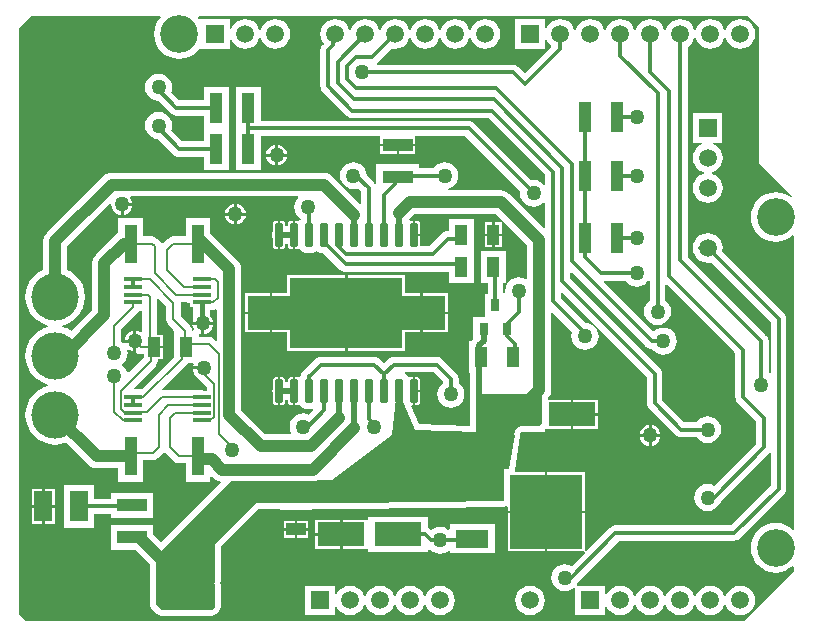
<source format=gtl>
G04*
G04 #@! TF.GenerationSoftware,Altium Limited,Altium Designer,18.0.7 (293)*
G04*
G04 Layer_Physical_Order=1*
G04 Layer_Color=255*
%FSLAX25Y25*%
%MOIN*%
G70*
G01*
G75*
%ADD10C,0.00787*%
%ADD11C,0.01000*%
%ADD13R,0.04331X0.12992*%
%ADD14R,0.10236X0.04331*%
%ADD15R,0.04331X0.10236*%
G04:AMPARAMS|DCode=16|XSize=78.35mil|YSize=24.8mil|CornerRadius=1.98mil|HoleSize=0mil|Usage=FLASHONLY|Rotation=90.000|XOffset=0mil|YOffset=0mil|HoleType=Round|Shape=RoundedRectangle|*
%AMROUNDEDRECTD16*
21,1,0.07835,0.02084,0,0,90.0*
21,1,0.07438,0.02480,0,0,90.0*
1,1,0.00397,0.01042,0.03719*
1,1,0.00397,0.01042,-0.03719*
1,1,0.00397,-0.01042,-0.03719*
1,1,0.00397,-0.01042,0.03719*
%
%ADD16ROUNDEDRECTD16*%
%ADD17R,0.11024X0.05906*%
%ADD18R,0.24016X0.24803*%
%ADD19R,0.05906X0.01575*%
%ADD20R,0.05906X0.10236*%
%ADD21R,0.04331X0.06693*%
%ADD22R,0.15748X0.07874*%
%ADD23R,0.06693X0.04331*%
%ADD24R,0.02756X0.03937*%
%ADD45R,0.15748X0.11417*%
%ADD46R,0.37795X0.23622*%
%ADD47C,0.01181*%
%ADD48C,0.03937*%
%ADD49C,0.01968*%
%ADD50C,0.00000*%
%ADD51C,0.01575*%
%ADD52C,0.15748*%
%ADD53C,0.05906*%
%ADD54R,0.05906X0.05906*%
%ADD55R,0.05906X0.05906*%
%ADD56C,0.12598*%
%ADD57C,0.05000*%
G36*
X252210Y201029D02*
Y155753D01*
X263179Y144784D01*
X262843Y144413D01*
X262490Y144703D01*
X261053Y145471D01*
X259495Y145943D01*
X257874Y146103D01*
X256253Y145943D01*
X254695Y145471D01*
X253258Y144703D01*
X252000Y143670D01*
X250966Y142411D01*
X250199Y140975D01*
X249726Y139416D01*
X249566Y137795D01*
X249726Y136175D01*
X250199Y134616D01*
X250966Y133180D01*
X252000Y131921D01*
X253258Y130888D01*
X254695Y130120D01*
X256253Y129647D01*
X257874Y129488D01*
X259495Y129647D01*
X261053Y130120D01*
X262490Y130888D01*
X263521Y131734D01*
X264021Y131498D01*
Y33857D01*
X263521Y33620D01*
X262490Y34467D01*
X261053Y35234D01*
X259495Y35707D01*
X257874Y35867D01*
X256253Y35707D01*
X254695Y35234D01*
X253258Y34467D01*
X252000Y33434D01*
X250966Y32175D01*
X250199Y30738D01*
X249726Y29180D01*
X249566Y27559D01*
X249726Y25938D01*
X250199Y24380D01*
X250966Y22944D01*
X252000Y21685D01*
X253258Y20652D01*
X254695Y19884D01*
X256253Y19411D01*
X257874Y19251D01*
X259495Y19411D01*
X261053Y19884D01*
X262490Y20652D01*
X263521Y21498D01*
X264021Y21261D01*
Y19926D01*
X248273Y4178D01*
X247289Y3194D01*
X8115D01*
X5789Y5520D01*
Y200671D01*
X9843Y204724D01*
X52595Y204768D01*
X52831Y204268D01*
X52148Y203434D01*
X51380Y201998D01*
X50907Y200440D01*
X50747Y198819D01*
X50907Y197198D01*
X51380Y195640D01*
X52148Y194203D01*
X53181Y192945D01*
X54440Y191911D01*
X55876Y191144D01*
X57434Y190671D01*
X59055Y190511D01*
X60676Y190671D01*
X62234Y191144D01*
X63671Y191911D01*
X64929Y192945D01*
X65664Y193840D01*
X66142Y193898D01*
Y193898D01*
X66142Y193898D01*
X75984D01*
Y196914D01*
X76484Y197013D01*
X76764Y196337D01*
X77553Y195309D01*
X78581Y194520D01*
X79778Y194024D01*
X81063Y193855D01*
X82348Y194024D01*
X83545Y194520D01*
X84573Y195309D01*
X85362Y196337D01*
X85806Y197411D01*
X85807Y197411D01*
X86319D01*
X86320Y197411D01*
X86764Y196337D01*
X87553Y195309D01*
X88581Y194520D01*
X89778Y194024D01*
X91063Y193855D01*
X92348Y194024D01*
X93545Y194520D01*
X94573Y195309D01*
X95362Y196337D01*
X95858Y197534D01*
X96027Y198819D01*
X95858Y200104D01*
X95362Y201301D01*
X94573Y202329D01*
X93545Y203118D01*
X92348Y203613D01*
X91063Y203783D01*
X89778Y203613D01*
X88581Y203118D01*
X87553Y202329D01*
X86764Y201301D01*
X86320Y200227D01*
X86319Y200227D01*
X85807D01*
X85806Y200227D01*
X85362Y201301D01*
X84573Y202329D01*
X83545Y203118D01*
X82348Y203613D01*
X81063Y203783D01*
X79778Y203613D01*
X78581Y203118D01*
X77553Y202329D01*
X76764Y201301D01*
X76484Y200625D01*
X75984Y200724D01*
Y203740D01*
X66142D01*
X66142Y203740D01*
Y203740D01*
X65651Y203814D01*
X65268Y204280D01*
X65505Y204781D01*
X248273Y204966D01*
X252210Y201029D01*
D02*
G37*
%LPC*%
G36*
X246063Y203783D02*
X244778Y203613D01*
X243581Y203118D01*
X242553Y202329D01*
X241764Y201301D01*
X241320Y200227D01*
X241319Y200227D01*
X240807D01*
X240806Y200227D01*
X240362Y201301D01*
X239573Y202329D01*
X238545Y203118D01*
X237348Y203613D01*
X236063Y203783D01*
X234778Y203613D01*
X233581Y203118D01*
X232553Y202329D01*
X231764Y201301D01*
X231320Y200227D01*
X231319Y200227D01*
X230807D01*
X230806Y200227D01*
X230362Y201301D01*
X229573Y202329D01*
X228545Y203118D01*
X227348Y203613D01*
X226063Y203783D01*
X224778Y203613D01*
X223581Y203118D01*
X222553Y202329D01*
X221764Y201301D01*
X221320Y200227D01*
X221319Y200227D01*
X220807D01*
X220806Y200227D01*
X220362Y201301D01*
X219573Y202329D01*
X218545Y203118D01*
X217348Y203613D01*
X216063Y203783D01*
X214778Y203613D01*
X213581Y203118D01*
X212553Y202329D01*
X211764Y201301D01*
X211320Y200227D01*
X211319Y200227D01*
X210807D01*
X210806Y200227D01*
X210362Y201301D01*
X209573Y202329D01*
X208545Y203118D01*
X207348Y203613D01*
X206063Y203783D01*
X204778Y203613D01*
X203581Y203118D01*
X202553Y202329D01*
X201764Y201301D01*
X201320Y200227D01*
X201319Y200227D01*
X200807D01*
X200806Y200227D01*
X200362Y201301D01*
X199573Y202329D01*
X198545Y203118D01*
X197348Y203613D01*
X196063Y203783D01*
X194778Y203613D01*
X193581Y203118D01*
X192553Y202329D01*
X191764Y201301D01*
X191320Y200227D01*
X191319Y200227D01*
X190807D01*
X190806Y200227D01*
X190362Y201301D01*
X189573Y202329D01*
X188545Y203118D01*
X187348Y203613D01*
X186063Y203783D01*
X184778Y203613D01*
X183581Y203118D01*
X182553Y202329D01*
X181764Y201301D01*
X181484Y200625D01*
X180984Y200724D01*
Y203740D01*
X171142D01*
Y193898D01*
X180984D01*
Y196914D01*
X181484Y197013D01*
X181764Y196337D01*
X182553Y195309D01*
X182949Y195005D01*
X182982Y194506D01*
X174213Y185737D01*
X172101Y187849D01*
X171566Y188259D01*
X170944Y188517D01*
X170276Y188605D01*
X125122D01*
X124953Y189105D01*
X125152Y189258D01*
X129902Y194008D01*
X131063Y193855D01*
X132348Y194024D01*
X133545Y194520D01*
X134573Y195309D01*
X135362Y196337D01*
X135806Y197411D01*
X135807Y197411D01*
X136319D01*
X136320Y197411D01*
X136764Y196337D01*
X137553Y195309D01*
X138581Y194520D01*
X139778Y194024D01*
X141063Y193855D01*
X142348Y194024D01*
X143545Y194520D01*
X144573Y195309D01*
X145362Y196337D01*
X145806Y197411D01*
X145807Y197411D01*
X146319D01*
X146320Y197411D01*
X146764Y196337D01*
X147553Y195309D01*
X148581Y194520D01*
X149778Y194024D01*
X151063Y193855D01*
X152348Y194024D01*
X153545Y194520D01*
X154573Y195309D01*
X155362Y196337D01*
X155806Y197411D01*
X155807Y197411D01*
X156319D01*
X156320Y197411D01*
X156764Y196337D01*
X157553Y195309D01*
X158581Y194520D01*
X159778Y194024D01*
X161063Y193855D01*
X162348Y194024D01*
X163545Y194520D01*
X164573Y195309D01*
X165362Y196337D01*
X165858Y197534D01*
X166027Y198819D01*
X165858Y200104D01*
X165362Y201301D01*
X164573Y202329D01*
X163545Y203118D01*
X162348Y203613D01*
X161063Y203783D01*
X159778Y203613D01*
X158581Y203118D01*
X157553Y202329D01*
X156764Y201301D01*
X156320Y200227D01*
X156319Y200227D01*
X155807D01*
X155806Y200227D01*
X155362Y201301D01*
X154573Y202329D01*
X153545Y203118D01*
X152348Y203613D01*
X151063Y203783D01*
X149778Y203613D01*
X148581Y203118D01*
X147553Y202329D01*
X146764Y201301D01*
X146320Y200227D01*
X146319Y200227D01*
X145807D01*
X145806Y200227D01*
X145362Y201301D01*
X144573Y202329D01*
X143545Y203118D01*
X142348Y203613D01*
X141063Y203783D01*
X139778Y203613D01*
X138581Y203118D01*
X137553Y202329D01*
X136764Y201301D01*
X136320Y200227D01*
X136319Y200227D01*
X135807D01*
X135806Y200227D01*
X135362Y201301D01*
X134573Y202329D01*
X133545Y203118D01*
X132348Y203613D01*
X131063Y203783D01*
X129778Y203613D01*
X128581Y203118D01*
X127553Y202329D01*
X126764Y201301D01*
X126320Y200227D01*
X126319Y200227D01*
X125807D01*
X125806Y200227D01*
X125362Y201301D01*
X124573Y202329D01*
X123545Y203118D01*
X122348Y203613D01*
X121063Y203783D01*
X119778Y203613D01*
X118581Y203118D01*
X117553Y202329D01*
X116764Y201301D01*
X116320Y200227D01*
X116319Y200227D01*
X115807D01*
X115806Y200227D01*
X115362Y201301D01*
X114573Y202329D01*
X113545Y203118D01*
X112348Y203613D01*
X111063Y203783D01*
X109778Y203613D01*
X108581Y203118D01*
X107553Y202329D01*
X106764Y201301D01*
X106268Y200104D01*
X106099Y198819D01*
X106268Y197534D01*
X106764Y196337D01*
X107319Y195615D01*
X106895Y195191D01*
X106485Y194657D01*
X106227Y194034D01*
X106139Y193366D01*
Y181319D01*
X106227Y180651D01*
X106485Y180028D01*
X106895Y179494D01*
X114986Y171403D01*
X115521Y170993D01*
X116143Y170735D01*
X116811Y170647D01*
X162267D01*
X181080Y151833D01*
Y148729D01*
X180580Y148559D01*
X180352Y148856D01*
X179419Y149573D01*
X178332Y150023D01*
X177165Y150176D01*
X176408Y150077D01*
X157337Y169148D01*
X156802Y169558D01*
X156180Y169816D01*
X155512Y169904D01*
X86221D01*
Y181299D01*
X77953D01*
Y167126D01*
Y153347D01*
X86221D01*
Y164742D01*
X125984D01*
Y162205D01*
X137795D01*
Y164742D01*
X154443D01*
X172758Y146426D01*
X172658Y145669D01*
X172812Y144503D01*
X173262Y143416D01*
X173978Y142482D01*
X174912Y141766D01*
X175999Y141316D01*
X177165Y141162D01*
X178332Y141316D01*
X179419Y141766D01*
X180352Y142482D01*
X180580Y142779D01*
X181080Y142610D01*
Y134244D01*
X180618Y134053D01*
X169147Y145524D01*
X168324Y146156D01*
X167366Y146552D01*
X166339Y146687D01*
X148580D01*
X148548Y147187D01*
X148804Y147221D01*
X149891Y147672D01*
X150825Y148388D01*
X151541Y149321D01*
X151991Y150408D01*
X152145Y151575D01*
X151991Y152741D01*
X151541Y153828D01*
X150825Y154762D01*
X149891Y155478D01*
X148804Y155928D01*
X147638Y156082D01*
X146471Y155928D01*
X145384Y155478D01*
X144451Y154762D01*
X143986Y154156D01*
X138976D01*
Y155315D01*
X124803D01*
Y149143D01*
X124303Y148973D01*
X124109Y149227D01*
X121614Y151722D01*
X121479Y152741D01*
X121029Y153828D01*
X120313Y154762D01*
X119379Y155478D01*
X118292Y155928D01*
X117126Y156082D01*
X115960Y155928D01*
X114873Y155478D01*
X113939Y154762D01*
X113223Y153828D01*
X112773Y152741D01*
X112619Y151575D01*
X112773Y150408D01*
X113223Y149321D01*
X113939Y148388D01*
X114873Y147672D01*
X115960Y147221D01*
X117126Y147068D01*
X118292Y147221D01*
X118661Y147374D01*
X119702Y146332D01*
Y142472D01*
X119240Y142281D01*
X110091Y151430D01*
X109269Y152061D01*
X108311Y152458D01*
X107283Y152593D01*
X36622D01*
X35594Y152458D01*
X34637Y152061D01*
X33814Y151430D01*
X14909Y132524D01*
X14278Y131702D01*
X13881Y130744D01*
X13746Y129717D01*
Y120258D01*
X12222Y119444D01*
X10723Y118214D01*
X9493Y116715D01*
X8579Y115005D01*
X8016Y113150D01*
X7826Y111221D01*
X8016Y109291D01*
X8579Y107436D01*
X9493Y105726D01*
X10723Y104227D01*
X12222Y102997D01*
X13932Y102083D01*
X15395Y101639D01*
Y101117D01*
X13932Y100673D01*
X12222Y99759D01*
X10723Y98529D01*
X9493Y97030D01*
X8579Y95320D01*
X8016Y93465D01*
X7826Y91535D01*
X8016Y89606D01*
X8579Y87751D01*
X9493Y86041D01*
X10723Y84542D01*
X12222Y83312D01*
X13932Y82398D01*
X15395Y81954D01*
Y81432D01*
X13932Y80988D01*
X12222Y80074D01*
X10723Y78844D01*
X9493Y77345D01*
X8579Y75635D01*
X8016Y73780D01*
X7826Y71850D01*
X8016Y69921D01*
X8579Y68066D01*
X9493Y66356D01*
X10723Y64857D01*
X12222Y63627D01*
X13932Y62713D01*
X15787Y62150D01*
X17717Y61960D01*
X19646Y62150D01*
X21299Y62652D01*
X28688Y55263D01*
X29511Y54632D01*
X30468Y54235D01*
X31496Y54100D01*
X38780D01*
Y49606D01*
X47047D01*
Y56647D01*
X50197D01*
X51118Y56830D01*
X51900Y57352D01*
X53826Y59278D01*
X54022Y59344D01*
X54246D01*
X54441Y59278D01*
X57352Y56368D01*
X58133Y55846D01*
X59055Y55662D01*
X61221D01*
Y49606D01*
X69488D01*
Y51211D01*
X69950Y51403D01*
X70525Y50828D01*
X71347Y50197D01*
X72305Y49801D01*
X72769Y49739D01*
X72948Y49211D01*
X53062Y29326D01*
X50394Y31994D01*
Y35236D01*
X36220D01*
Y26969D01*
X44187D01*
X49174Y21982D01*
Y8858D01*
X49327Y8090D01*
X49762Y7439D01*
X51730Y5471D01*
X52381Y5035D01*
X53150Y4883D01*
X54134D01*
X69882Y4883D01*
X70650Y5035D01*
X71301Y5471D01*
X72285Y6455D01*
X72720Y7106D01*
X72873Y7874D01*
Y15265D01*
X72854Y15362D01*
X72864Y15461D01*
X72835Y15748D01*
X72864Y16035D01*
X72854Y16134D01*
X72873Y16231D01*
Y27712D01*
X85477Y40316D01*
X92685D01*
Y40181D01*
X103315D01*
Y40316D01*
X116113D01*
X116132Y40320D01*
X116152Y40316D01*
X167360Y41302D01*
X167571Y41348D01*
X167786Y41356D01*
X167949Y41431D01*
X168102Y41465D01*
X168129Y41467D01*
X168572Y41223D01*
X168602Y41181D01*
Y39961D01*
X181004D01*
Y52756D01*
X171219D01*
X171184Y52778D01*
X171068Y52926D01*
X170895Y53256D01*
X170924Y53399D01*
X171005Y53619D01*
X172818Y64935D01*
X172816Y64995D01*
X172834Y65053D01*
X172801Y65385D01*
X172793Y65595D01*
X173055Y66020D01*
X173142Y66094D01*
X180842D01*
Y67019D01*
X181236Y67276D01*
X189504D01*
Y72000D01*
Y76724D01*
X181993D01*
X181868Y77028D01*
X181833Y77224D01*
X182439Y78014D01*
X182836Y78972D01*
X182971Y80000D01*
Y106033D01*
X183433Y106224D01*
X190122Y99535D01*
X189969Y99167D01*
X189816Y98000D01*
X189969Y96833D01*
X190420Y95746D01*
X191136Y94813D01*
X192069Y94097D01*
X193156Y93647D01*
X194323Y93493D01*
X195489Y93647D01*
X196576Y94097D01*
X197510Y94813D01*
X198226Y95746D01*
X198676Y96833D01*
X198830Y98000D01*
X198676Y99167D01*
X198226Y100253D01*
X197510Y101187D01*
X196576Y101903D01*
X195489Y102354D01*
X194470Y102488D01*
X186243Y110715D01*
Y112603D01*
X186705Y112795D01*
X214939Y84561D01*
Y75787D01*
X215026Y75119D01*
X215284Y74497D01*
X215695Y73962D01*
X224553Y65104D01*
X225087Y64694D01*
X225710Y64436D01*
X226378Y64348D01*
X231584D01*
X232049Y63742D01*
X232983Y63026D01*
X234070Y62576D01*
X235236Y62422D01*
X236403Y62576D01*
X237490Y63026D01*
X238423Y63742D01*
X239139Y64676D01*
X239590Y65763D01*
X239743Y66929D01*
X239590Y68096D01*
X239139Y69183D01*
X238423Y70116D01*
X237490Y70832D01*
X236403Y71283D01*
X235236Y71436D01*
X234070Y71283D01*
X232983Y70832D01*
X232049Y70116D01*
X231584Y69510D01*
X227447D01*
X220101Y76856D01*
Y85630D01*
X220013Y86298D01*
X219755Y86920D01*
X219345Y87455D01*
X189392Y117408D01*
Y119296D01*
X189854Y119488D01*
X214710Y94632D01*
X215245Y94221D01*
X215867Y93963D01*
X216535Y93876D01*
X216821D01*
X217285Y93270D01*
X218219Y92554D01*
X219306Y92103D01*
X220472Y91950D01*
X221639Y92103D01*
X222726Y92554D01*
X223659Y93270D01*
X224376Y94203D01*
X224826Y95290D01*
X224979Y96457D01*
X224826Y97623D01*
X224376Y98710D01*
X223659Y99644D01*
X222726Y100360D01*
X221639Y100810D01*
X220472Y100964D01*
X219306Y100810D01*
X218219Y100360D01*
X217285Y99644D01*
X217016Y99626D01*
X200591Y116051D01*
X200782Y116513D01*
X207962D01*
X208427Y115908D01*
X209361Y115191D01*
X210448Y114741D01*
X211614Y114587D01*
X212781Y114741D01*
X213868Y115191D01*
X214801Y115908D01*
X215423Y116718D01*
X215923Y116569D01*
Y109951D01*
X215317Y109486D01*
X214601Y108553D01*
X214151Y107466D01*
X213997Y106299D01*
X214151Y105133D01*
X214601Y104046D01*
X215317Y103112D01*
X216250Y102396D01*
X217337Y101946D01*
X218504Y101792D01*
X219670Y101946D01*
X220758Y102396D01*
X221691Y103112D01*
X222407Y104046D01*
X222857Y105133D01*
X223011Y106299D01*
X222857Y107466D01*
X222407Y108553D01*
X221691Y109486D01*
X221085Y109951D01*
Y115163D01*
X221547Y115354D01*
X244466Y92435D01*
Y77756D01*
X244554Y77088D01*
X244812Y76465D01*
X245222Y75931D01*
X251356Y69797D01*
Y62093D01*
X237467Y48204D01*
X236403Y48645D01*
X235236Y48798D01*
X234070Y48645D01*
X232983Y48195D01*
X232049Y47478D01*
X231333Y46545D01*
X230883Y45458D01*
X230729Y44291D01*
X230883Y43125D01*
X231333Y42038D01*
X232049Y41104D01*
X232983Y40388D01*
X234070Y39938D01*
X235236Y39784D01*
X236403Y39938D01*
X237490Y40388D01*
X238423Y41104D01*
X239139Y42038D01*
X239520Y42956D01*
X255762Y59198D01*
X255777Y59218D01*
X256277Y59048D01*
Y48313D01*
X243025Y35061D01*
X204480D01*
X203812Y34973D01*
X203190Y34716D01*
X202655Y34305D01*
X194668Y26319D01*
X194193Y26550D01*
X194193Y26807D01*
Y39173D01*
X181791D01*
Y26378D01*
X193728D01*
X194021Y26378D01*
X194252Y25903D01*
X189863Y21513D01*
X189852Y21521D01*
X188765Y21972D01*
X187598Y22125D01*
X186432Y21972D01*
X185345Y21521D01*
X184412Y20805D01*
X183695Y19872D01*
X183245Y18785D01*
X183091Y17618D01*
X183245Y16452D01*
X183695Y15365D01*
X184412Y14431D01*
X185345Y13715D01*
X186432Y13265D01*
X187598Y13111D01*
X188765Y13265D01*
X189852Y13715D01*
X190642Y14321D01*
X191142Y14124D01*
Y5079D01*
X200984D01*
Y8095D01*
X201484Y8194D01*
X201764Y7518D01*
X202553Y6490D01*
X203581Y5701D01*
X204778Y5205D01*
X206063Y5036D01*
X207348Y5205D01*
X208545Y5701D01*
X209573Y6490D01*
X210362Y7518D01*
X210806Y8592D01*
X210807Y8592D01*
X211319D01*
X211320Y8592D01*
X211764Y7518D01*
X212553Y6490D01*
X213581Y5701D01*
X214778Y5205D01*
X216063Y5036D01*
X217348Y5205D01*
X218545Y5701D01*
X219573Y6490D01*
X220362Y7518D01*
X220806Y8592D01*
X220807Y8592D01*
X221319D01*
X221320Y8592D01*
X221764Y7518D01*
X222553Y6490D01*
X223581Y5701D01*
X224778Y5205D01*
X226063Y5036D01*
X227348Y5205D01*
X228545Y5701D01*
X229573Y6490D01*
X230362Y7518D01*
X230806Y8592D01*
X230807Y8592D01*
X231319D01*
X231320Y8592D01*
X231764Y7518D01*
X232553Y6490D01*
X233581Y5701D01*
X234778Y5205D01*
X236063Y5036D01*
X237348Y5205D01*
X238545Y5701D01*
X239573Y6490D01*
X240362Y7518D01*
X240806Y8592D01*
X240807Y8592D01*
X241319D01*
X241320Y8592D01*
X241764Y7518D01*
X242553Y6490D01*
X243581Y5701D01*
X244778Y5205D01*
X246063Y5036D01*
X247348Y5205D01*
X248545Y5701D01*
X249573Y6490D01*
X250362Y7518D01*
X250858Y8715D01*
X251027Y10000D01*
X250858Y11285D01*
X250362Y12482D01*
X249573Y13510D01*
X248545Y14299D01*
X247348Y14795D01*
X246063Y14964D01*
X244778Y14795D01*
X243581Y14299D01*
X242553Y13510D01*
X241764Y12482D01*
X241320Y11408D01*
X241319Y11408D01*
X240807D01*
X240806Y11408D01*
X240362Y12482D01*
X239573Y13510D01*
X238545Y14299D01*
X237348Y14795D01*
X236063Y14964D01*
X234778Y14795D01*
X233581Y14299D01*
X232553Y13510D01*
X231764Y12482D01*
X231320Y11408D01*
X231319Y11408D01*
X230807D01*
X230806Y11408D01*
X230362Y12482D01*
X229573Y13510D01*
X228545Y14299D01*
X227348Y14795D01*
X226063Y14964D01*
X224778Y14795D01*
X223581Y14299D01*
X222553Y13510D01*
X221764Y12482D01*
X221320Y11408D01*
X221319Y11408D01*
X220807D01*
X220806Y11408D01*
X220362Y12482D01*
X219573Y13510D01*
X218545Y14299D01*
X217348Y14795D01*
X216063Y14964D01*
X214778Y14795D01*
X213581Y14299D01*
X212553Y13510D01*
X211764Y12482D01*
X211320Y11408D01*
X211319Y11408D01*
X210807D01*
X210806Y11408D01*
X210362Y12482D01*
X209573Y13510D01*
X208545Y14299D01*
X207348Y14795D01*
X206063Y14964D01*
X204778Y14795D01*
X203581Y14299D01*
X202553Y13510D01*
X201764Y12482D01*
X201484Y11806D01*
X200984Y11905D01*
Y14921D01*
X191720D01*
X191685Y14993D01*
X191525Y15421D01*
X191846Y16196D01*
X205549Y29899D01*
X244094D01*
X244762Y29987D01*
X245385Y30245D01*
X245920Y30655D01*
X260683Y45419D01*
X261094Y45954D01*
X261351Y46576D01*
X261439Y47244D01*
Y103858D01*
X261351Y104526D01*
X261094Y105149D01*
X260683Y105683D01*
X240047Y126320D01*
X240200Y127480D01*
X240031Y128765D01*
X239535Y129962D01*
X238746Y130990D01*
X237718Y131779D01*
X236521Y132275D01*
X235236Y132444D01*
X233951Y132275D01*
X232754Y131779D01*
X231726Y130990D01*
X230937Y129962D01*
X230442Y128765D01*
X230387Y128355D01*
X230302Y128148D01*
X230214Y127480D01*
X230302Y126812D01*
X230387Y126606D01*
X230442Y126196D01*
X230937Y124998D01*
X231726Y123970D01*
X232754Y123181D01*
X233951Y122686D01*
X235236Y122517D01*
X236397Y122669D01*
X256277Y102789D01*
Y85687D01*
X255777Y85419D01*
X255534Y85581D01*
Y96457D01*
X255446Y97125D01*
X255188Y97747D01*
X254778Y98282D01*
X228644Y124416D01*
Y194596D01*
X229573Y195309D01*
X230362Y196337D01*
X230806Y197411D01*
X230807Y197411D01*
X231319D01*
X231320Y197411D01*
X231764Y196337D01*
X232553Y195309D01*
X233581Y194520D01*
X234778Y194024D01*
X236063Y193855D01*
X237348Y194024D01*
X238545Y194520D01*
X239573Y195309D01*
X240362Y196337D01*
X240806Y197411D01*
X240807Y197411D01*
X241319D01*
X241320Y197411D01*
X241764Y196337D01*
X242553Y195309D01*
X243581Y194520D01*
X244778Y194024D01*
X246063Y193855D01*
X247348Y194024D01*
X248545Y194520D01*
X249573Y195309D01*
X250362Y196337D01*
X250858Y197534D01*
X251027Y198819D01*
X250858Y200104D01*
X250362Y201301D01*
X249573Y202329D01*
X248545Y203118D01*
X247348Y203613D01*
X246063Y203783D01*
D02*
G37*
G36*
X52165Y185609D02*
X50999Y185456D01*
X49912Y185006D01*
X48978Y184289D01*
X48262Y183356D01*
X47812Y182269D01*
X47658Y181102D01*
X47812Y179936D01*
X48262Y178849D01*
X48978Y177915D01*
X49912Y177199D01*
X50999Y176749D01*
X52019Y176615D01*
X56246Y172387D01*
X56780Y171977D01*
X57403Y171719D01*
X58071Y171631D01*
X67323D01*
Y167126D01*
Y163014D01*
X60124D01*
X56366Y166772D01*
X56519Y167141D01*
X56672Y168307D01*
X56519Y169474D01*
X56069Y170561D01*
X55352Y171494D01*
X54419Y172210D01*
X53332Y172661D01*
X52165Y172814D01*
X50999Y172661D01*
X49912Y172210D01*
X48978Y171494D01*
X48262Y170561D01*
X47812Y169474D01*
X47658Y168307D01*
X47812Y167141D01*
X48262Y166054D01*
X48978Y165120D01*
X49912Y164404D01*
X50999Y163954D01*
X52019Y163819D01*
X57230Y158608D01*
X57765Y158198D01*
X58387Y157940D01*
X59055Y157852D01*
X67323D01*
Y153347D01*
X75590D01*
Y167126D01*
Y181299D01*
X67323D01*
Y176794D01*
X59140D01*
X56366Y179568D01*
X56519Y179936D01*
X56672Y181102D01*
X56519Y182269D01*
X56069Y183356D01*
X55352Y184289D01*
X54419Y185006D01*
X53332Y185456D01*
X52165Y185609D01*
D02*
G37*
G36*
X92035Y161929D02*
Y158965D01*
X95000D01*
X94945Y159378D01*
X94593Y160230D01*
X94032Y160961D01*
X93300Y161522D01*
X92449Y161874D01*
X92035Y161929D01*
D02*
G37*
G36*
X91035D02*
X90622Y161874D01*
X89770Y161522D01*
X89039Y160961D01*
X88478Y160230D01*
X88125Y159378D01*
X88071Y158965D01*
X91035D01*
Y161929D01*
D02*
G37*
G36*
X137795Y161417D02*
X132283D01*
Y158858D01*
X137795D01*
Y161417D01*
D02*
G37*
G36*
X131496D02*
X125984D01*
Y158858D01*
X131496D01*
Y161417D01*
D02*
G37*
G36*
X95000Y157965D02*
X92035D01*
Y155000D01*
X92449Y155055D01*
X93300Y155407D01*
X94032Y155968D01*
X94593Y156700D01*
X94945Y157551D01*
X95000Y157965D01*
D02*
G37*
G36*
X91035D02*
X88071D01*
X88125Y157551D01*
X88478Y156700D01*
X89039Y155968D01*
X89770Y155407D01*
X90622Y155055D01*
X91035Y155000D01*
Y157965D01*
D02*
G37*
G36*
X240157Y172401D02*
X230315D01*
Y162559D01*
X233331D01*
X233430Y162059D01*
X232754Y161779D01*
X231726Y160990D01*
X230937Y159962D01*
X230442Y158765D01*
X230272Y157480D01*
X230442Y156196D01*
X230937Y154998D01*
X231726Y153970D01*
X232754Y153182D01*
X233828Y152737D01*
X233828Y152736D01*
Y152224D01*
X233828Y152224D01*
X232754Y151779D01*
X231726Y150990D01*
X230937Y149962D01*
X230442Y148765D01*
X230272Y147480D01*
X230442Y146196D01*
X230937Y144998D01*
X231726Y143970D01*
X232754Y143182D01*
X233951Y142686D01*
X235236Y142517D01*
X236521Y142686D01*
X237718Y143182D01*
X238746Y143970D01*
X239535Y144998D01*
X240031Y146196D01*
X240200Y147480D01*
X240031Y148765D01*
X239535Y149962D01*
X238746Y150990D01*
X237718Y151779D01*
X236645Y152224D01*
X236644Y152224D01*
Y152736D01*
X236645Y152737D01*
X237718Y153182D01*
X238746Y153970D01*
X239535Y154998D01*
X240031Y156196D01*
X240200Y157480D01*
X240031Y158765D01*
X239535Y159962D01*
X238746Y160990D01*
X237718Y161779D01*
X237042Y162059D01*
X237141Y162559D01*
X240157D01*
Y172401D01*
D02*
G37*
G36*
X198559Y76724D02*
X190291D01*
Y72394D01*
X198559D01*
Y76724D01*
D02*
G37*
G36*
Y71606D02*
X190291D01*
Y67276D01*
X198559D01*
Y71606D01*
D02*
G37*
G36*
X216500Y68464D02*
Y65500D01*
X219464D01*
X219410Y65914D01*
X219057Y66765D01*
X218496Y67496D01*
X217765Y68057D01*
X216914Y68410D01*
X216500Y68464D01*
D02*
G37*
G36*
X215500D02*
X215086Y68410D01*
X214235Y68057D01*
X213504Y67496D01*
X212943Y66765D01*
X212590Y65914D01*
X212536Y65500D01*
X215500D01*
Y68464D01*
D02*
G37*
G36*
X219464Y64500D02*
X216500D01*
Y61536D01*
X216914Y61590D01*
X217765Y61943D01*
X218496Y62504D01*
X219057Y63235D01*
X219410Y64086D01*
X219464Y64500D01*
D02*
G37*
G36*
X215500D02*
X212536D01*
X212590Y64086D01*
X212943Y63235D01*
X213504Y62504D01*
X214235Y61943D01*
X215086Y61590D01*
X215500Y61536D01*
Y64500D01*
D02*
G37*
G36*
X17520Y47244D02*
X14173D01*
Y41732D01*
X17520D01*
Y47244D01*
D02*
G37*
G36*
X13386D02*
X10039D01*
Y41732D01*
X13386D01*
Y47244D01*
D02*
G37*
G36*
X194193Y52756D02*
X181791D01*
Y39961D01*
X194193D01*
Y52756D01*
D02*
G37*
G36*
X30512Y48425D02*
X20669D01*
Y34252D01*
X30512D01*
Y38758D01*
X36220D01*
Y37598D01*
X50394D01*
Y45866D01*
X36220D01*
Y43920D01*
X30512D01*
Y48425D01*
D02*
G37*
G36*
X17520Y40945D02*
X14173D01*
Y35433D01*
X17520D01*
Y40945D01*
D02*
G37*
G36*
X13386D02*
X10039D01*
Y35433D01*
X13386D01*
Y40945D01*
D02*
G37*
G36*
X102134Y36638D02*
X98394D01*
Y34079D01*
X102134D01*
Y36638D01*
D02*
G37*
G36*
X97606D02*
X93866D01*
Y34079D01*
X97606D01*
Y36638D01*
D02*
G37*
G36*
X112709Y36724D02*
X104441D01*
Y32394D01*
X112709D01*
Y36724D01*
D02*
G37*
G36*
X102134Y33291D02*
X98394D01*
Y30732D01*
X102134D01*
Y33291D01*
D02*
G37*
G36*
X97606D02*
X93866D01*
Y30732D01*
X97606D01*
Y33291D01*
D02*
G37*
G36*
X112709Y31606D02*
X104441D01*
Y27276D01*
X112709D01*
Y31606D01*
D02*
G37*
G36*
X181004Y39173D02*
X168602D01*
Y26378D01*
X181004D01*
Y39173D01*
D02*
G37*
G36*
X141842Y37905D02*
X122158D01*
Y36981D01*
X121764Y36724D01*
X121658Y36724D01*
X113496D01*
Y32000D01*
Y27276D01*
X121658D01*
X121764Y27276D01*
X122158Y27019D01*
Y26094D01*
X141842D01*
Y26803D01*
X142316Y27265D01*
X142515Y27261D01*
X142813Y26872D01*
X143746Y26156D01*
X144834Y25706D01*
X146000Y25552D01*
X147167Y25706D01*
X148254Y26156D01*
X148811Y26584D01*
X149311Y26337D01*
Y25701D01*
X164272D01*
Y35543D01*
X149311D01*
Y33781D01*
X148811Y33535D01*
X148254Y33962D01*
X147167Y34413D01*
X146000Y34566D01*
X144834Y34413D01*
X143746Y33962D01*
X143127Y33487D01*
X142789Y33825D01*
X142254Y34235D01*
X141842Y34406D01*
Y37905D01*
D02*
G37*
G36*
X145984Y14964D02*
X144700Y14795D01*
X143502Y14299D01*
X142474Y13510D01*
X141685Y12482D01*
X141241Y11408D01*
X141240Y11408D01*
X140728D01*
X140728Y11408D01*
X140283Y12482D01*
X139494Y13510D01*
X138466Y14299D01*
X137269Y14795D01*
X135984Y14964D01*
X134699Y14795D01*
X133502Y14299D01*
X132474Y13510D01*
X131685Y12482D01*
X131241Y11408D01*
X131240Y11408D01*
X130728D01*
X130728Y11408D01*
X130283Y12482D01*
X129494Y13510D01*
X128466Y14299D01*
X127269Y14795D01*
X125984Y14964D01*
X124699Y14795D01*
X123502Y14299D01*
X122474Y13510D01*
X121686Y12482D01*
X121241Y11408D01*
X121240Y11408D01*
X120728D01*
X120728Y11408D01*
X120283Y12482D01*
X119494Y13510D01*
X118466Y14299D01*
X117269Y14795D01*
X115984Y14964D01*
X114699Y14795D01*
X113502Y14299D01*
X112474Y13510D01*
X111686Y12482D01*
X111406Y11806D01*
X110906Y11905D01*
Y14921D01*
X101063D01*
Y5079D01*
X110906D01*
Y8095D01*
X111406Y8194D01*
X111686Y7518D01*
X112474Y6490D01*
X113502Y5701D01*
X114699Y5205D01*
X115984Y5036D01*
X117269Y5205D01*
X118466Y5701D01*
X119494Y6490D01*
X120283Y7518D01*
X120728Y8592D01*
X120728Y8592D01*
X121240D01*
X121241Y8592D01*
X121686Y7518D01*
X122474Y6490D01*
X123502Y5701D01*
X124699Y5205D01*
X125984Y5036D01*
X127269Y5205D01*
X128466Y5701D01*
X129494Y6490D01*
X130283Y7518D01*
X130728Y8592D01*
X130728Y8592D01*
X131240D01*
X131241Y8592D01*
X131685Y7518D01*
X132474Y6490D01*
X133502Y5701D01*
X134699Y5205D01*
X135984Y5036D01*
X137269Y5205D01*
X138466Y5701D01*
X139494Y6490D01*
X140283Y7518D01*
X140728Y8592D01*
X140728Y8592D01*
X141240D01*
X141241Y8592D01*
X141685Y7518D01*
X142474Y6490D01*
X143502Y5701D01*
X144700Y5205D01*
X145984Y5036D01*
X147269Y5205D01*
X148466Y5701D01*
X149494Y6490D01*
X150283Y7518D01*
X150779Y8715D01*
X150948Y10000D01*
X150779Y11285D01*
X150283Y12482D01*
X149494Y13510D01*
X148466Y14299D01*
X147269Y14795D01*
X145984Y14964D01*
D02*
G37*
G36*
X175984D02*
X174699Y14795D01*
X173502Y14299D01*
X172474Y13510D01*
X171686Y12482D01*
X171190Y11285D01*
X171020Y10000D01*
X171190Y8715D01*
X171686Y7518D01*
X172474Y6490D01*
X173502Y5701D01*
X174699Y5205D01*
X175984Y5036D01*
X177269Y5205D01*
X178466Y5701D01*
X179494Y6490D01*
X180283Y7518D01*
X180779Y8715D01*
X180948Y10000D01*
X180779Y11285D01*
X180283Y12482D01*
X179494Y13510D01*
X178466Y14299D01*
X177269Y14795D01*
X175984Y14964D01*
D02*
G37*
%LPD*%
G36*
X98738Y144408D02*
X98786Y144151D01*
X98097Y143254D01*
X97646Y142166D01*
X97493Y141000D01*
X97646Y139833D01*
X98097Y138747D01*
X98813Y137813D01*
X99669Y137156D01*
X99351Y136679D01*
X98778Y136526D01*
X98710Y136537D01*
X98325Y136614D01*
X97677D01*
Y131890D01*
Y127166D01*
X98325D01*
X98710Y127242D01*
X98778Y127254D01*
X99351Y127100D01*
X99679Y126609D01*
X100396Y126130D01*
X101242Y125961D01*
X103325D01*
X104171Y126130D01*
X104783Y126539D01*
X105396Y126130D01*
X106242Y125961D01*
X107002D01*
X112742Y120222D01*
X113276Y119812D01*
X113899Y119554D01*
X114567Y119466D01*
X149016D01*
Y115748D01*
X157283D01*
Y126378D01*
X157283D01*
Y126575D01*
X157283D01*
Y137205D01*
X149016D01*
Y133093D01*
X148642D01*
X147974Y133005D01*
X147351Y132747D01*
X146817Y132337D01*
X142474Y127995D01*
X139475D01*
X139330Y128171D01*
Y131496D01*
X137283D01*
Y131890D01*
X136890D01*
Y136614D01*
X136242D01*
X135998Y136565D01*
X135742Y137016D01*
X137472Y138746D01*
X164694D01*
X167045Y136394D01*
X166709Y136024D01*
X166242Y136024D01*
X164173D01*
Y132283D01*
X166732D01*
Y135524D01*
X166732Y136000D01*
X167103Y136337D01*
X175029Y128410D01*
Y117250D01*
X174581Y117029D01*
X174498Y117092D01*
X173411Y117543D01*
X172244Y117696D01*
X171078Y117543D01*
X169991Y117092D01*
X169057Y116376D01*
X168341Y115443D01*
X167891Y114356D01*
X167737Y113189D01*
X167785Y112827D01*
X167421Y112483D01*
X167014Y112638D01*
Y115748D01*
X167913D01*
Y126378D01*
X159646D01*
Y115748D01*
X161852D01*
Y112268D01*
X161086D01*
Y104394D01*
X160586Y104394D01*
X157149D01*
Y97385D01*
X157012Y97247D01*
X156539Y96631D01*
X156408Y96315D01*
X155551D01*
Y85685D01*
X156140D01*
Y77247D01*
X156077Y76772D01*
Y68578D01*
X155717Y68231D01*
X139111Y68886D01*
X136469Y74698D01*
X136739Y75118D01*
X136890D01*
Y79843D01*
Y84566D01*
X136242D01*
X135857Y84490D01*
X135789Y84478D01*
X135216Y84632D01*
X134887Y85124D01*
X134322Y85501D01*
X134473Y86001D01*
X143850D01*
X146991Y82861D01*
X146970Y82349D01*
X146419Y81927D01*
X145703Y80994D01*
X145253Y79907D01*
X145099Y78740D01*
X145253Y77574D01*
X145703Y76487D01*
X146419Y75553D01*
X147353Y74837D01*
X148440Y74387D01*
X149606Y74233D01*
X150773Y74387D01*
X151860Y74837D01*
X152793Y75553D01*
X153509Y76487D01*
X153960Y77574D01*
X154113Y78740D01*
X153960Y79907D01*
X153509Y80994D01*
X152793Y81927D01*
X152187Y82392D01*
Y83896D01*
X152100Y84564D01*
X151842Y85186D01*
X151431Y85721D01*
X146744Y90408D01*
X146210Y90818D01*
X145587Y91076D01*
X144919Y91164D01*
X130551D01*
X129883Y91076D01*
X129261Y90818D01*
X128726Y90408D01*
X127284Y88965D01*
X125841Y90408D01*
X125306Y90818D01*
X124684Y91076D01*
X124016Y91164D01*
X106299D01*
X105631Y91076D01*
X105009Y90818D01*
X104474Y90408D01*
X101049Y86983D01*
X100993Y86960D01*
X100458Y86550D01*
X100048Y86015D01*
X99790Y85392D01*
X99762Y85179D01*
X99679Y85124D01*
X99351Y84632D01*
X98778Y84478D01*
X98710Y84490D01*
X98325Y84566D01*
X97677D01*
Y79843D01*
Y75118D01*
X98325D01*
X98710Y75195D01*
X98778Y75207D01*
X99351Y75053D01*
X99679Y74561D01*
X100396Y74082D01*
X101242Y73914D01*
X103325D01*
X103554Y73960D01*
X103800Y73499D01*
X102273Y71972D01*
X101560Y72267D01*
X100394Y72421D01*
X99227Y72267D01*
X98140Y71817D01*
X97207Y71100D01*
X96491Y70167D01*
X96040Y69080D01*
X95887Y67913D01*
X96040Y66747D01*
X96371Y65947D01*
X96050Y65447D01*
X87806D01*
X79758Y73495D01*
Y120472D01*
X79623Y121500D01*
X79226Y122458D01*
X78595Y123280D01*
X69488Y132387D01*
Y137402D01*
X61221D01*
Y131345D01*
X57063D01*
X56141Y131162D01*
X55360Y130640D01*
X53720Y129000D01*
X53615Y128983D01*
X53109Y129096D01*
X52703Y129703D01*
X51766Y130640D01*
X50985Y131162D01*
X50063Y131345D01*
X47047D01*
Y137402D01*
X38780D01*
Y132465D01*
X38566Y132376D01*
X37743Y131745D01*
X31192Y125194D01*
X30561Y124371D01*
X30164Y123414D01*
X30029Y122386D01*
Y106645D01*
X23167Y99783D01*
X21501Y100673D01*
X20038Y101117D01*
Y101639D01*
X21501Y102083D01*
X23211Y102997D01*
X24710Y104227D01*
X25940Y105726D01*
X26854Y107436D01*
X27417Y109291D01*
X27607Y111221D01*
X27417Y113150D01*
X26854Y115005D01*
X25940Y116715D01*
X24710Y118214D01*
X23211Y119444D01*
X21688Y120258D01*
Y128072D01*
X36018Y142403D01*
X36492Y142169D01*
X36470Y142000D01*
X36590Y141086D01*
X36943Y140235D01*
X37504Y139504D01*
X38235Y138943D01*
X39086Y138590D01*
X39500Y138536D01*
Y142000D01*
X40000D01*
Y142500D01*
X43464D01*
X43410Y142914D01*
X43057Y143765D01*
X42761Y144151D01*
X43008Y144651D01*
X98655D01*
X98738Y144408D01*
D02*
G37*
G36*
X46804Y99571D02*
X46304Y99324D01*
X46056Y99514D01*
X45205Y99867D01*
X44791Y99921D01*
Y96457D01*
Y92628D01*
X45338Y92263D01*
X46260Y92080D01*
X47184D01*
Y90958D01*
X42217Y85991D01*
X41631Y86112D01*
X41305Y86899D01*
X40589Y87833D01*
X40022Y88268D01*
Y88898D01*
X40589Y89333D01*
X41305Y90266D01*
X41755Y91353D01*
X41909Y92520D01*
X41803Y93324D01*
X42271Y93595D01*
X42526Y93400D01*
X43378Y93047D01*
X43791Y92992D01*
Y95957D01*
X40418D01*
X40329Y95906D01*
X39810Y96304D01*
Y100380D01*
X45404Y105974D01*
X45818Y106595D01*
X46804D01*
Y99571D01*
D02*
G37*
G36*
X61614Y109154D02*
X62795D01*
Y107776D01*
X63756D01*
Y103847D01*
X63519Y103276D01*
X63465Y102862D01*
X70394D01*
X70339Y103276D01*
X69986Y104127D01*
X69425Y104858D01*
X69315Y104943D01*
Y106942D01*
X70472D01*
X71316Y107110D01*
X71816Y106880D01*
Y96613D01*
X71355Y96422D01*
X70601Y97176D01*
X69819Y97698D01*
X68898Y97881D01*
X65551D01*
Y98695D01*
X65910Y98934D01*
X66051Y98948D01*
X66429Y98898D01*
Y101862D01*
X63465D01*
X63519Y101449D01*
X63872Y100597D01*
X64027Y100395D01*
X63798Y99943D01*
X63399Y99970D01*
X63249Y100725D01*
X62727Y101506D01*
X59495Y104738D01*
Y109252D01*
X59699Y109501D01*
X61614D01*
Y109154D01*
D02*
G37*
G36*
X54678Y108254D02*
Y103740D01*
X54861Y102819D01*
X55384Y102037D01*
X57149Y100271D01*
X57284Y99803D01*
X57284D01*
X57284Y99803D01*
Y91201D01*
X46496Y80413D01*
X44105D01*
X43913Y80875D01*
X51296Y88258D01*
X51818Y89039D01*
X52001Y89961D01*
Y90354D01*
X53740D01*
Y94095D01*
X50787D01*
Y94882D01*
X53740D01*
Y98622D01*
X51621D01*
Y110604D01*
X52121Y110811D01*
X54678Y108254D01*
D02*
G37*
G36*
X63867Y88757D02*
X63765Y88512D01*
X63711Y88098D01*
X67175D01*
Y87098D01*
X63711D01*
X63765Y86685D01*
X63783Y86643D01*
Y86597D01*
X63966Y85675D01*
X64488Y84894D01*
X68261Y81121D01*
Y79947D01*
X67761Y79680D01*
X67457Y79883D01*
X66535Y80066D01*
X53667D01*
X53460Y80566D01*
X61742Y88848D01*
X61960Y89173D01*
X63589D01*
X63867Y88757D01*
D02*
G37*
G36*
X179749Y78408D02*
X179959Y77876D01*
X179894Y77744D01*
X179891Y77698D01*
X179873Y77656D01*
X179866Y77308D01*
X179843Y76962D01*
X179858Y76919D01*
X179857Y76873D01*
X179892Y76676D01*
X179971Y76474D01*
X180013Y76260D01*
X180055Y76159D01*
Y68901D01*
X179747Y68700D01*
X179597Y68554D01*
X179423Y68438D01*
X179320Y68283D01*
X179187Y68153D01*
X179165Y68102D01*
X173142D01*
X172835Y68041D01*
X172524Y68004D01*
X172453Y67965D01*
X172374Y67949D01*
X172114Y67775D01*
X171899Y67655D01*
X171875Y67644D01*
X171871Y67639D01*
X171840Y67623D01*
X171753Y67548D01*
X171730Y67519D01*
X171722Y67514D01*
X171704Y67486D01*
X171557Y67301D01*
X171343Y67069D01*
X171082Y66644D01*
X171014Y66460D01*
X170912Y66292D01*
X170880Y66096D01*
X170811Y65909D01*
X170819Y65713D01*
X170788Y65519D01*
X170796Y65309D01*
X170798Y65299D01*
X170836Y65252D01*
X169024Y53937D01*
X167421D01*
Y43934D01*
X167321Y43309D01*
X116113Y42323D01*
X84646Y42323D01*
X70866Y28543D01*
Y16231D01*
X70819Y15748D01*
X70866Y15265D01*
Y7874D01*
X69882Y6890D01*
X54134Y6890D01*
X53150D01*
X51181Y8858D01*
Y24606D01*
X76240Y49665D01*
X103571D01*
X104599Y49801D01*
X105081Y50000D01*
X110000D01*
X130114Y65114D01*
X131230Y77394D01*
X132874Y77756D01*
X137795Y66929D01*
X158591Y66109D01*
Y78898D01*
X176000D01*
X179749Y78408D01*
D02*
G37*
%LPC*%
G36*
X78256Y142244D02*
Y139279D01*
X81220D01*
X81166Y139693D01*
X80813Y140545D01*
X80252Y141276D01*
X79521Y141837D01*
X78670Y142189D01*
X78256Y142244D01*
D02*
G37*
G36*
X77256D02*
X76842Y142189D01*
X75991Y141837D01*
X75260Y141276D01*
X74699Y140545D01*
X74346Y139693D01*
X74291Y139279D01*
X77256D01*
Y142244D01*
D02*
G37*
G36*
X43464Y141500D02*
X40500D01*
Y138536D01*
X40914Y138590D01*
X41765Y138943D01*
X42496Y139504D01*
X43057Y140235D01*
X43410Y141086D01*
X43464Y141500D01*
D02*
G37*
G36*
X81220Y138279D02*
X78256D01*
Y135315D01*
X78670Y135370D01*
X79521Y135722D01*
X80252Y136283D01*
X80813Y137014D01*
X81166Y137866D01*
X81220Y138279D01*
D02*
G37*
G36*
X77256D02*
X74291D01*
X74346Y137866D01*
X74699Y137014D01*
X75260Y136283D01*
X75991Y135722D01*
X76842Y135370D01*
X77256Y135315D01*
Y138279D01*
D02*
G37*
G36*
X96890Y136614D02*
X96242D01*
X95857Y136537D01*
X95531Y136319D01*
X95313Y135993D01*
X95236Y135609D01*
Y134868D01*
X94330D01*
Y135609D01*
X94254Y135993D01*
X94036Y136319D01*
X93710Y136537D01*
X93325Y136614D01*
X92677D01*
Y131890D01*
Y127166D01*
X93325D01*
X93710Y127242D01*
X94036Y127460D01*
X94254Y127786D01*
X94330Y128171D01*
Y128911D01*
X95236D01*
Y128171D01*
X95313Y127786D01*
X95531Y127460D01*
X95857Y127242D01*
X96242Y127166D01*
X96890D01*
Y131890D01*
Y136614D01*
D02*
G37*
G36*
X163386Y136024D02*
X160827D01*
Y132283D01*
X163386D01*
Y136024D01*
D02*
G37*
G36*
X138325Y136614D02*
X137677D01*
Y132283D01*
X139330D01*
Y135609D01*
X139254Y135993D01*
X139036Y136319D01*
X138710Y136537D01*
X138325Y136614D01*
D02*
G37*
G36*
X166732Y131496D02*
X164173D01*
Y127756D01*
X166732D01*
Y131496D01*
D02*
G37*
G36*
X163386D02*
X160827D01*
Y127756D01*
X163386D01*
Y131496D01*
D02*
G37*
G36*
X91890Y136614D02*
X91242D01*
X90857Y136537D01*
X90531Y136319D01*
X90313Y135993D01*
X90237Y135609D01*
Y132934D01*
X90123Y132660D01*
X90022Y131890D01*
X90123Y131119D01*
X90237Y130845D01*
Y128171D01*
X90313Y127786D01*
X90531Y127460D01*
X90857Y127242D01*
X91242Y127166D01*
X91890D01*
Y131890D01*
Y136614D01*
D02*
G37*
G36*
X89291Y112362D02*
X81024D01*
Y106260D01*
X89291D01*
Y112362D01*
D02*
G37*
G36*
X148543D02*
X140276D01*
Y106260D01*
X148543D01*
Y112362D01*
D02*
G37*
G36*
Y105472D02*
X140276D01*
Y99370D01*
X148543D01*
Y105472D01*
D02*
G37*
G36*
X89291Y105472D02*
X81024D01*
Y99370D01*
X89291D01*
Y105472D01*
D02*
G37*
G36*
X134468Y118465D02*
X115177D01*
Y105866D01*
Y93268D01*
X134468D01*
Y99370D01*
X139488D01*
Y105866D01*
Y112362D01*
X134468D01*
Y118465D01*
D02*
G37*
G36*
X114390D02*
X95098D01*
Y112362D01*
X90079D01*
Y105866D01*
Y99370D01*
X95098D01*
Y93268D01*
X114390D01*
Y105866D01*
Y118465D01*
D02*
G37*
G36*
X96890Y84566D02*
X96242D01*
X95857Y84490D01*
X95531Y84272D01*
X95313Y83946D01*
X95236Y83561D01*
Y82821D01*
X94330D01*
Y83561D01*
X94254Y83946D01*
X94036Y84272D01*
X93710Y84490D01*
X93325Y84566D01*
X92677D01*
Y79843D01*
Y75118D01*
X93325D01*
X93710Y75195D01*
X94036Y75413D01*
X94254Y75739D01*
X94330Y76124D01*
Y76864D01*
X95236D01*
Y76124D01*
X95313Y75739D01*
X95531Y75413D01*
X95857Y75195D01*
X96242Y75118D01*
X96890D01*
Y79843D01*
Y84566D01*
D02*
G37*
G36*
X138325D02*
X137677D01*
Y80236D01*
X139330D01*
Y83561D01*
X139254Y83946D01*
X139036Y84272D01*
X138710Y84490D01*
X138325Y84566D01*
D02*
G37*
G36*
X139330Y79449D02*
X137677D01*
Y75118D01*
X138325D01*
X138710Y75195D01*
X139036Y75413D01*
X139254Y75739D01*
X139330Y76124D01*
Y79449D01*
D02*
G37*
G36*
X91890Y84566D02*
X91242D01*
X90857Y84490D01*
X90531Y84272D01*
X90313Y83946D01*
X90237Y83561D01*
Y80716D01*
X90194Y80613D01*
X90093Y79843D01*
X90194Y79072D01*
X90237Y78969D01*
Y76124D01*
X90313Y75739D01*
X90531Y75413D01*
X90857Y75195D01*
X91242Y75118D01*
X91890D01*
Y79843D01*
Y84566D01*
D02*
G37*
G36*
X43791Y99921D02*
X43378Y99867D01*
X42526Y99514D01*
X41795Y98953D01*
X41234Y98222D01*
X40881Y97370D01*
X40827Y96957D01*
X43791D01*
Y99921D01*
D02*
G37*
G36*
X70394Y101862D02*
X67429D01*
Y98898D01*
X67843Y98952D01*
X68694Y99305D01*
X69425Y99866D01*
X69986Y100597D01*
X70339Y101449D01*
X70394Y101862D01*
D02*
G37*
%LPD*%
D10*
X43701Y77658D02*
X47146D01*
X61024Y95472D02*
X68898D01*
X60039Y90551D02*
Y95472D01*
X49593Y94488D02*
Y95092D01*
X66191Y86597D02*
Y87845D01*
X49593Y89961D02*
Y94488D01*
X60532Y114469D02*
X66535D01*
X55000Y120000D02*
X60532Y114469D01*
X55000Y120000D02*
Y126874D01*
X57063Y128937D01*
X66535Y109350D02*
X70472D01*
X66535Y102756D02*
X66929Y102362D01*
X58090Y111910D02*
X66535D01*
X51000Y119000D02*
X58090Y111910D01*
X51000Y119000D02*
Y128000D01*
X50063Y128937D02*
X51000Y128000D01*
X42913Y128937D02*
X50063D01*
X57063D02*
X65354D01*
X70472Y109350D02*
X71850Y110728D01*
Y116142D01*
X70964Y117028D02*
X71850Y116142D01*
X66535Y117028D02*
X70964D01*
X40256Y69980D02*
X41732D01*
X37402Y72835D02*
X40256Y69980D01*
X37402Y72835D02*
Y84646D01*
X40849Y72539D02*
X43701D01*
X39567Y73822D02*
X40849Y72539D01*
X39567Y73822D02*
Y79935D01*
X43701Y107677D02*
Y109350D01*
X37402Y101378D02*
X43701Y107677D01*
X37402Y92520D02*
Y101378D01*
X49593Y94488D02*
X50787D01*
X46260D02*
X49593D01*
X44291Y96457D02*
X46260Y94488D01*
X57087Y103740D02*
X61024Y99803D01*
Y95472D02*
Y99803D01*
X72244Y65551D02*
X76772Y61024D01*
X72244Y65551D02*
Y92126D01*
X68898Y95472D02*
X72244Y92126D01*
X47146Y77658D02*
X60039Y90551D01*
X49213Y95472D02*
Y111221D01*
Y95472D02*
X49593Y95092D01*
X69387Y69980D02*
X70669Y71263D01*
X66535Y69980D02*
X69387D01*
X70669Y73822D02*
Y82118D01*
X66191Y86597D02*
X70669Y82118D01*
X66437Y87598D02*
X67175D01*
X66191Y87845D02*
X66437Y87598D01*
X39567Y79935D02*
X49593Y89961D01*
X48524Y111909D02*
X49213Y111221D01*
X70666Y73819D02*
X70669Y73822D01*
X70666Y73819D02*
X70666D01*
X70669Y73816D01*
Y71263D02*
Y73816D01*
X76772Y60073D02*
Y61024D01*
X43701Y72539D02*
X43996Y72835D01*
X48425D01*
X53248Y77658D01*
X66535D01*
X43701Y111909D02*
X48524D01*
X57087Y103740D02*
Y109252D01*
X49311Y117028D02*
X57087Y109252D01*
X43701Y117028D02*
X49311D01*
X55413Y75098D02*
X66535D01*
X52165Y71850D02*
X55413Y75098D01*
X52165Y61024D02*
Y71850D01*
X50197Y59055D02*
X52165Y61024D01*
X43898Y59055D02*
X50197D01*
X42913Y58071D02*
X43898Y59055D01*
X56102Y70866D02*
X57775Y72539D01*
X64567D01*
X56102Y61024D02*
Y70866D01*
Y61024D02*
X59055Y58071D01*
X65354D01*
D11*
X17717Y71850D02*
X18032D01*
D13*
X65354Y128937D02*
D03*
X42913D02*
D03*
X65354Y58071D02*
D03*
X42913D02*
D03*
D14*
X131890Y161811D02*
D03*
Y151181D02*
D03*
X43307Y41732D02*
D03*
Y31102D02*
D03*
D15*
X82087Y160433D02*
D03*
X71457D02*
D03*
X82087Y174213D02*
D03*
X71457D02*
D03*
X194488Y130905D02*
D03*
X205118D02*
D03*
X194488Y151575D02*
D03*
X205118D02*
D03*
X194488Y171260D02*
D03*
X205118D02*
D03*
D16*
X92283Y131890D02*
D03*
X97283D02*
D03*
X102283D02*
D03*
X107283D02*
D03*
X112283D02*
D03*
X117283D02*
D03*
X122283D02*
D03*
X127283D02*
D03*
X132283D02*
D03*
X137283D02*
D03*
Y79843D02*
D03*
X132283D02*
D03*
X127283D02*
D03*
X122283D02*
D03*
X117283D02*
D03*
X112283D02*
D03*
X107283D02*
D03*
X102283D02*
D03*
X97283D02*
D03*
X92283D02*
D03*
D17*
X156791Y48622D02*
D03*
Y30622D02*
D03*
D18*
X181398Y39567D02*
D03*
D19*
X43701Y117028D02*
D03*
Y114469D02*
D03*
X66535Y117028D02*
D03*
Y114469D02*
D03*
X43701Y111909D02*
D03*
Y109350D02*
D03*
X66535Y111909D02*
D03*
Y109350D02*
D03*
X43701Y77658D02*
D03*
Y75098D02*
D03*
X66535Y77658D02*
D03*
Y75098D02*
D03*
X43701Y72539D02*
D03*
Y69980D02*
D03*
X66535Y72539D02*
D03*
Y69980D02*
D03*
D20*
X13780Y41339D02*
D03*
X25591D02*
D03*
D21*
X61417Y94488D02*
D03*
X50787D02*
D03*
X170315Y91000D02*
D03*
X159685D02*
D03*
X163779Y131890D02*
D03*
X153150D02*
D03*
X163779Y121063D02*
D03*
X153150D02*
D03*
D22*
X113102Y32000D02*
D03*
X132000D02*
D03*
X189898Y72000D02*
D03*
X171000D02*
D03*
D23*
X98000Y33685D02*
D03*
Y44315D02*
D03*
D24*
X164433Y108331D02*
D03*
X160496Y100457D02*
D03*
X168370D02*
D03*
D45*
X139882Y105866D02*
D03*
X89685D02*
D03*
D46*
X114783D02*
D03*
D47*
X188608Y16608D02*
X204480Y32480D01*
X146000Y30059D02*
X157941D01*
X140963Y32000D02*
X142904Y30059D01*
X132000Y32000D02*
X140963D01*
X43701Y75098D02*
Y77658D01*
X43701Y114469D02*
X43701Y114469D01*
Y117028D01*
X142904Y30059D02*
X146000D01*
X169748Y91000D02*
X171000Y92252D01*
X168370Y98174D02*
Y102299D01*
X101716Y141000D02*
X102283Y140433D01*
X171000Y92252D02*
Y95543D01*
X168370Y98174D02*
X171000Y95543D01*
X157941Y30059D02*
X158000Y30000D01*
X194488Y130905D02*
Y151575D01*
Y124409D02*
Y130905D01*
X204480Y32480D02*
X244094D01*
X183661Y109646D02*
X194323Y98984D01*
Y98000D02*
Y98984D01*
X129921Y151575D02*
X147638D01*
X102283Y131890D02*
Y140433D01*
X101716Y141000D02*
X102000D01*
X40551Y128937D02*
X42913D01*
X17717Y91535D02*
X20535D01*
X114567Y122047D02*
X153740D01*
X106890Y129724D02*
X114567Y122047D01*
X110394Y196338D02*
X111969Y197913D01*
X127284Y85315D02*
X130551Y88583D01*
X144919D02*
X149606Y83896D01*
X130551Y88583D02*
X144919D01*
X149606Y78740D02*
Y83896D01*
X37402Y92520D02*
X38189Y93307D01*
X82087Y167323D02*
Y174213D01*
Y160433D02*
Y167323D01*
X155512D01*
X177165Y145669D01*
X41732Y117028D02*
X43701D01*
X25591Y41339D02*
X38780D01*
X39370Y40748D01*
X52165Y167323D02*
X59055Y160433D01*
X52165Y167323D02*
Y168307D01*
Y180118D02*
X58071Y174213D01*
X52165Y180118D02*
Y181102D01*
X58071Y174213D02*
X71457D01*
X59055Y160433D02*
X71457D01*
X82087D02*
X82087Y160433D01*
X168370Y102299D02*
X172244Y106174D01*
Y113189D01*
X183661Y109646D02*
Y152903D01*
X186811Y116339D02*
Y154207D01*
Y116339D02*
X217520Y85630D01*
Y75787D02*
Y85630D01*
X117126Y151575D02*
X118110D01*
X122283Y147402D01*
Y131890D02*
Y147402D01*
X226378Y66929D02*
X233268D01*
X217520Y75787D02*
X226378Y66929D01*
X216535Y96457D02*
X220472D01*
X189961Y123031D02*
X216535Y96457D01*
X189961Y123031D02*
Y155512D01*
X199803Y119095D02*
X211614D01*
X194488Y124409D02*
X199803Y119095D01*
X163336Y173228D02*
X183661Y152903D01*
X116811Y173228D02*
X163336D01*
X108721Y181319D02*
X116811Y173228D01*
X130905Y148917D02*
Y150591D01*
X129921Y151575D02*
X130905Y150591D01*
X127284Y145295D02*
X130905Y148917D01*
X127284Y131890D02*
Y145295D01*
X123327Y191083D02*
X131063Y198819D01*
X117983Y191083D02*
X123327D01*
X111870Y189626D02*
X121063Y198819D01*
X111870Y182624D02*
Y189626D01*
X115020Y188119D02*
X117983Y191083D01*
X120079Y186024D02*
X170276D01*
X115020Y183928D02*
Y188119D01*
Y183928D02*
X117983Y180965D01*
X164508D01*
X117328Y177165D02*
X163853D01*
X111870Y182624D02*
X117328Y177165D01*
X108721Y181319D02*
Y193366D01*
X110394Y195039D01*
Y196338D01*
X164508Y180965D02*
X189961Y155512D01*
X163853Y177165D02*
X186811Y154207D01*
X174213Y182087D02*
X186063Y193937D01*
X170276Y186024D02*
X174213Y182087D01*
X186063Y193937D02*
Y198819D01*
X237205Y44291D02*
X253937Y61024D01*
Y70866D01*
X247047Y77756D02*
X253937Y70866D01*
X247047Y77756D02*
Y93504D01*
X222441Y118110D02*
X247047Y93504D01*
X252953Y82677D02*
Y96457D01*
X226063Y123346D02*
X252953Y96457D01*
X222441Y118110D02*
Y179651D01*
X226063Y123346D02*
Y198819D01*
X206063Y191575D02*
X218504Y179134D01*
Y107283D02*
Y179134D01*
X216063Y186029D02*
X222441Y179651D01*
X216063Y186029D02*
Y198819D01*
X206063Y191575D02*
Y198819D01*
X124016Y67913D02*
Y68898D01*
X122283Y70630D02*
X124016Y68898D01*
X100394Y67913D02*
X101865D01*
X107283Y73332D01*
X232795Y127480D02*
X235236D01*
X258858Y103858D01*
Y47244D02*
Y103858D01*
X244094Y32480D02*
X258858Y47244D01*
X194488Y151575D02*
X194488Y151575D01*
X194488Y151575D02*
Y171260D01*
X147638Y151575D02*
X148032Y151969D01*
X102284Y84567D02*
Y84724D01*
Y79843D02*
Y84567D01*
X114744Y125413D02*
X143543D01*
X112284Y127874D02*
X114744Y125413D01*
X112284Y127874D02*
Y131890D01*
X143543Y125413D02*
X148642Y130512D01*
X153543D01*
X107283Y73332D02*
Y79843D01*
X122283Y70630D02*
Y79843D01*
X164433Y108331D02*
Y120079D01*
X205118Y130905D02*
X205118Y130905D01*
X211614D01*
X205118Y151575D02*
X205118Y151575D01*
X211614D01*
X205118Y171260D02*
X205118Y171260D01*
X211614D01*
X127284Y79843D02*
Y85315D01*
X124016Y88583D02*
X127284Y85315D01*
X106299Y88583D02*
X124016D01*
X102284Y84567D02*
X106299Y88583D01*
D48*
X36622Y148622D02*
X107283D01*
X17717Y129717D02*
X36622Y148622D01*
X17717Y111221D02*
Y129717D01*
X166339Y142717D02*
X179000Y130055D01*
Y80000D02*
Y130055D01*
X173000Y74000D02*
X179000Y80000D01*
X65354Y130905D02*
X75787Y120472D01*
X34000Y122386D02*
X40551Y128937D01*
X34000Y105000D02*
Y122386D01*
X20535Y91535D02*
X34000Y105000D01*
X75787Y71850D02*
Y120472D01*
X103571Y53636D02*
X117283Y67348D01*
X69882Y57087D02*
X73332Y53636D01*
X103571D01*
X66339Y57087D02*
X69882D01*
X65354Y58071D02*
X66339Y57087D01*
X107283Y148622D02*
X117283Y138622D01*
X17717Y71850D02*
X31496Y58071D01*
X42913D01*
X75787Y71850D02*
X86161Y61476D01*
X17717Y111221D02*
X18701Y110236D01*
X46654Y30118D02*
X61024Y15748D01*
X103060Y61476D02*
X112284Y70700D01*
X86161Y61476D02*
X103060D01*
X135827Y142717D02*
X166339D01*
X132283Y139173D02*
X135827Y142717D01*
D49*
X159118Y76834D02*
Y95141D01*
X39370Y30118D02*
X46654D01*
X159055Y63386D02*
Y76772D01*
X93071Y79843D02*
X96890D01*
X93000Y131890D02*
X96890D01*
X61024Y15748D02*
Y17126D01*
X117283Y67348D02*
Y79843D01*
X112284Y70700D02*
Y79843D01*
X117283Y131890D02*
Y138622D01*
X159055Y76772D02*
X159118Y76834D01*
X132283Y131890D02*
Y139173D01*
X159118Y95141D02*
X160496Y96519D01*
Y100457D01*
D50*
X41929Y129921D02*
X43307D01*
D51*
X66535Y102756D02*
Y109350D01*
D52*
X80709Y15748D02*
D03*
X61024D02*
D03*
X17717Y111221D02*
D03*
Y91535D02*
D03*
Y71850D02*
D03*
D53*
X235236Y127480D02*
D03*
Y137480D02*
D03*
Y147480D02*
D03*
Y157480D02*
D03*
X115984Y10000D02*
D03*
X125984D02*
D03*
X135984D02*
D03*
X145984D02*
D03*
X155984D02*
D03*
X165984D02*
D03*
X175984D02*
D03*
X206063D02*
D03*
X216063D02*
D03*
X226063D02*
D03*
X236063D02*
D03*
X246063D02*
D03*
X91063Y198819D02*
D03*
X161063D02*
D03*
X151063D02*
D03*
X141063D02*
D03*
X131063D02*
D03*
X121063D02*
D03*
X111063D02*
D03*
X101063D02*
D03*
X81063D02*
D03*
X186063D02*
D03*
X196063D02*
D03*
X206063D02*
D03*
X216063D02*
D03*
X226063D02*
D03*
X236063D02*
D03*
X246063D02*
D03*
D54*
X235236Y167480D02*
D03*
D55*
X105984Y10000D02*
D03*
X196063D02*
D03*
X71063Y198819D02*
D03*
X176063D02*
D03*
D56*
X257874Y137795D02*
D03*
Y27559D02*
D03*
X59055Y198819D02*
D03*
D57*
X187598Y17618D02*
D03*
X40000Y142000D02*
D03*
X146000Y30059D02*
D03*
X194323Y98000D02*
D03*
X102000Y141000D02*
D03*
X66929Y102362D02*
D03*
X44291Y96457D02*
D03*
X149606Y78740D02*
D03*
X216000Y65000D02*
D03*
X91535Y158465D02*
D03*
X77756Y138779D02*
D03*
X37402Y92520D02*
D03*
X177165Y145669D02*
D03*
X67175Y87598D02*
D03*
X76772Y60073D02*
D03*
X52165Y168307D02*
D03*
Y181102D02*
D03*
X172244Y113189D02*
D03*
X117126Y151575D02*
D03*
X235236Y66929D02*
D03*
X220472Y96457D02*
D03*
X120079Y186024D02*
D03*
X235236Y44291D02*
D03*
X218504Y106299D02*
D03*
X252953Y81693D02*
D03*
X211614Y119095D02*
D03*
X124016Y67913D02*
D03*
X100394D02*
D03*
X37402Y84646D02*
D03*
X147638Y151575D02*
D03*
X211614Y130905D02*
D03*
Y151575D02*
D03*
Y171260D02*
D03*
M02*

</source>
